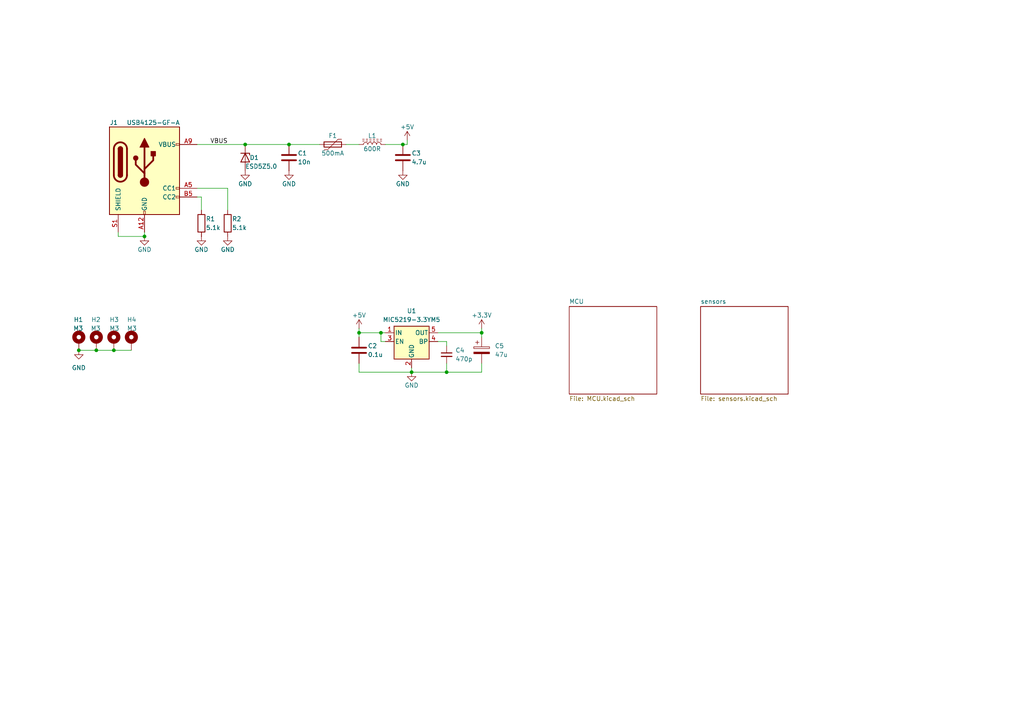
<source format=kicad_sch>
(kicad_sch (version 20250114) (generator "eeschema") (generator_version "9.0")
  (paper "A4")
  (title_block (title "Indoor Sensor Board") (date "2025-10-09") (rev "A1"))
  (lib_symbols
    (symbol "Connector:USB_C_Receptacle_PowerOnly_6P" (pin_names (offset 1.016))
      (property "Reference" "J" (at 0 16.51 0))
      (property "Value" "USB_C_Receptacle_PowerOnly_6P" (at 0 13.97 0))
      (symbol "USB_C_Receptacle_PowerOnly_6P_0_0"
        (rectangle (start -0.254 -12.7) (end 0.254 -11.684))
        (rectangle (start 10.16 7.874) (end 9.144 7.366))
        (rectangle (start 10.16 -4.826) (end 9.144 -5.334))
        (rectangle (start 10.16 -7.366) (end 9.144 -7.874))
      )
      (symbol "USB_C_Receptacle_PowerOnly_6P_0_1"
        (rectangle (start -10.16 12.7) (end 10.16 -12.7) (stroke (width 0.254)) (fill (type background)))
        (polyline (pts (xy -8.89 -1.27) (xy -8.89 6.35)) (stroke (width 0.508)))
        (rectangle (start -7.62 -1.27) (end -6.35 6.35) (stroke (width 0.254)) (fill (type outline)))
        (arc (start -7.62 6.35) (mid -6.985 6.9823) (end -6.35 6.35) (stroke (width 0.254)))
        (arc (start -7.62 6.35) (mid -6.985 6.9823) (end -6.35 6.35) (stroke (width 0.254)) (fill (type outline)))
        (arc (start -8.89 6.35) (mid -6.985 8.2467) (end -5.08 6.35) (stroke (width 0.508)))
        (arc (start -5.08 -1.27) (mid -6.985 -3.1667) (end -8.89 -1.27) (stroke (width 0.508)))
        (arc (start -6.35 -1.27) (mid -6.985 -1.9023) (end -7.62 -1.27) (stroke (width 0.254)))
        (arc (start -6.35 -1.27) (mid -6.985 -1.9023) (end -7.62 -1.27) (stroke (width 0.254)) (fill (type outline)))
        (polyline (pts (xy -5.08 6.35) (xy -5.08 -1.27)) (stroke (width 0.508)))
        (circle (center -2.54 3.683) (radius 0.635) (stroke (width 0.254)) (fill (type outline)))
        (polyline (pts (xy -1.27 6.858) (xy 0 9.398) (xy 1.27 6.858) (xy -1.27 6.858)) (stroke (width 0.254)) (fill (type outline)))
        (polyline (pts (xy 0 0.508) (xy 2.54 3.048) (xy 2.54 4.318)) (stroke (width 0.508)))
        (polyline (pts (xy 0 -0.762) (xy -2.54 1.778) (xy -2.54 3.048)) (stroke (width 0.508)))
        (polyline (pts (xy 0 -3.302) (xy 0 6.858)) (stroke (width 0.508)))
        (circle (center 0 -3.302) (radius 1.27) (fill (type outline)))
        (rectangle (start 1.905 4.318) (end 3.175 5.588) (stroke (width 0.254)) (fill (type outline)))
      )
      (symbol "USB_C_Receptacle_PowerOnly_6P_1_1"
        (pin passive line (at -7.62 -17.78 90) (length 5.08) (name "SHIELD") (number "S1"))
        (pin passive line (at 0 -17.78 90) (length 5.08) (name "GND") (number "A12"))
        (pin passive line (at 0 -17.78 90) (length 5.08) (hide yes) (name "GND") (number "B12"))
        (pin passive line (at 15.24 7.62 180) (length 5.08) (name "VBUS") (number "A9"))
        (pin passive line (at 15.24 7.62 180) (length 5.08) (hide yes) (name "VBUS") (number "B9"))
        (pin bidirectional line (at 15.24 -5.08 180) (length 5.08) (name "CC1") (number "A5"))
        (pin bidirectional line (at 15.24 -7.62 180) (length 5.08) (name "CC2") (number "B5"))
      )
    )
    (symbol "Device:C" (pin_numbers (hide yes)) (pin_names (offset 0.254))
      (property "Reference" "C" (at 0.635 2.54 0))
      (property "Value" "C" (at 0.635 -2.54 0))
      (symbol "C_0_1"
        (polyline (pts (xy -2.032 0.762) (xy 2.032 0.762)) (stroke (width 0.508)))
        (polyline (pts (xy -2.032 -0.762) (xy 2.032 -0.762)) (stroke (width 0.508)))
      )
      (symbol "C_1_1"
        (pin passive line (at 0 3.81 270) (length 2.794) (name "~") (number "1"))
        (pin passive line (at 0 -3.81 90) (length 2.794) (name "~") (number "2"))
      )
    )
    (symbol "Device:C_Polarized" (pin_numbers (hide yes)) (pin_names (offset 0.254))
      (property "Reference" "C" (at 0.635 2.54 0))
      (property "Value" "C_Polarized" (at 0.635 -2.54 0))
      (symbol "C_Polarized_0_1"
        (rectangle (start -2.286 0.508) (end 2.286 1.016))
        (polyline (pts (xy -1.778 2.286) (xy -0.762 2.286)))
        (polyline (pts (xy -1.27 2.794) (xy -1.27 1.778)))
        (rectangle (start 2.286 -0.508) (end -2.286 -1.016) (fill (type outline)))
      )
      (symbol "C_Polarized_1_1"
        (pin passive line (at 0 3.81 270) (length 2.794) (name "~") (number "1"))
        (pin passive line (at 0 -3.81 90) (length 2.794) (name "~") (number "2"))
      )
    )
    (symbol "Device:C_Small" (pin_numbers (hide yes)) (pin_names (offset 0.254) (hide yes))
      (property "Reference" "C" (at 0.254 1.778 0))
      (property "Value" "C_Small" (at 0.254 -2.032 0))
      (symbol "C_Small_0_1"
        (polyline (pts (xy -1.524 0.508) (xy 1.524 0.508)) (stroke (width 0.3048)))
        (polyline (pts (xy -1.524 -0.508) (xy 1.524 -0.508)) (stroke (width 0.3302)))
      )
      (symbol "C_Small_1_1"
        (pin passive line (at 0 2.54 270) (length 2.032) (name "~") (number "1"))
        (pin passive line (at 0 -2.54 90) (length 2.032) (name "~") (number "2"))
      )
    )
    (symbol "Device:L_Ferrite" (pin_numbers (hide yes)) (pin_names (offset 1.016) (hide yes))
      (property "Reference" "L" (at -1.27 0 90))
      (property "Value" "L_Ferrite" (at 2.794 0 90))
      (symbol "L_Ferrite_0_1"
        (arc (start 0 2.54) (mid 0.6323 1.905) (end 0 1.27))
        (arc (start 0 1.27) (mid 0.6323 0.635) (end 0 0))
        (arc (start 0 0) (mid 0.6323 -0.635) (end 0 -1.27))
        (arc (start 0 -1.27) (mid 0.6323 -1.905) (end 0 -2.54))
        (polyline (pts (xy 1.016 2.286) (xy 1.016 2.794)))
        (polyline (pts (xy 1.016 1.27) (xy 1.016 1.778)))
        (polyline (pts (xy 1.016 0.254) (xy 1.016 0.762)))
        (polyline (pts (xy 1.016 -0.762) (xy 1.016 -0.254)))
        (polyline (pts (xy 1.016 -1.778) (xy 1.016 -1.27)))
        (polyline (pts (xy 1.016 -2.794) (xy 1.016 -2.286)))
        (polyline (pts (xy 1.524 2.794) (xy 1.524 2.286)))
        (polyline (pts (xy 1.524 1.778) (xy 1.524 1.27)))
        (polyline (pts (xy 1.524 0.762) (xy 1.524 0.254)))
        (polyline (pts (xy 1.524 -0.254) (xy 1.524 -0.762)))
        (polyline (pts (xy 1.524 -1.27) (xy 1.524 -1.778)))
        (polyline (pts (xy 1.524 -2.286) (xy 1.524 -2.794)))
      )
      (symbol "L_Ferrite_1_1"
        (pin passive line (at 0 3.81 270) (length 1.27) (name "1") (number "1"))
        (pin passive line (at 0 -3.81 90) (length 1.27) (name "2") (number "2"))
      )
    )
    (symbol "Device:Polyfuse" (pin_numbers (hide yes)) (pin_names (offset 0))
      (property "Reference" "F" (at -2.54 0 90))
      (property "Value" "Polyfuse" (at 2.54 0 90))
      (symbol "Polyfuse_0_1"
        (polyline (pts (xy -1.524 2.54) (xy -1.524 1.524) (xy 1.524 -1.524) (xy 1.524 -2.54)))
        (rectangle (start -0.762 2.54) (end 0.762 -2.54) (stroke (width 0.254)))
        (polyline (pts (xy 0 2.54) (xy 0 -2.54)))
      )
      (symbol "Polyfuse_1_1"
        (pin passive line (at 0 3.81 270) (length 1.27) (name "~") (number "1"))
        (pin passive line (at 0 -3.81 90) (length 1.27) (name "~") (number "2"))
      )
    )
    (symbol "Device:R" (pin_numbers (hide yes)) (pin_names (offset 0))
      (property "Reference" "R" (at 2.032 0 90))
      (property "Value" "R" (at 0 0 90))
      (symbol "R_0_1"
        (rectangle (start -1.016 -2.54) (end 1.016 2.54) (stroke (width 0.254)))
      )
      (symbol "R_1_1"
        (pin passive line (at 0 3.81 270) (length 1.27) (name "~") (number "1"))
        (pin passive line (at 0 -3.81 90) (length 1.27) (name "~") (number "2"))
      )
    )
    (symbol "Diode:ESD5Zxx" (pin_numbers (hide yes)) (pin_names (hide yes))
      (property "Reference" "D" (at 0 2.54 0))
      (property "Value" "ESD5Zxx" (at 0 -2.54 0))
      (symbol "ESD5Zxx_0_1"
        (polyline (pts (xy -1.27 -1.27) (xy -1.27 1.27) (xy -0.762 1.27)) (stroke (width 0.254)))
        (polyline (pts (xy 1.27 0) (xy -1.27 0)))
        (polyline (pts (xy 1.27 -1.27) (xy 1.27 1.27) (xy -1.27 0) (xy 1.27 -1.27)) (stroke (width 0.254)))
      )
      (symbol "ESD5Zxx_1_1"
        (pin passive line (at -3.81 0 0) (length 2.54) (name "K") (number "1"))
        (pin passive line (at 3.81 0 180) (length 2.54) (name "A") (number "2"))
      )
    )
    (symbol "Mechanical:MountingHole_Pad" (pin_numbers (hide yes)) (pin_names (offset 1.016) (hide yes)) (in_bom no)
      (property "Reference" "H" (at 0 6.35 0))
      (property "Value" "MountingHole_Pad" (at 0 4.445 0))
      (symbol "MountingHole_Pad_0_1"
        (circle (center 0 1.27) (radius 1.27) (stroke (width 1.27)))
      )
      (symbol "MountingHole_Pad_1_1"
        (pin input line (at 0 -2.54 90) (length 2.54) (name "1") (number "1"))
      )
    )
    (symbol "Regulator_Linear:MIC5219-3.3YM5" (pin_names (offset 0.254))
      (property "Reference" "U" (at -3.81 5.715 0))
      (property "Value" "MIC5219-3.3YM5" (at 0 5.715 0))
      (symbol "MIC5219-3.3YM5_0_1"
        (rectangle (start -5.08 4.445) (end 5.08 -5.08) (stroke (width 0.254)) (fill (type background)))
      )
      (symbol "MIC5219-3.3YM5_1_1"
        (pin power_in line (at -7.62 2.54 0) (length 2.54) (name "IN") (number "1"))
        (pin input line (at -7.62 0 0) (length 2.54) (name "EN") (number "3"))
        (pin power_in line (at 0 -7.62 90) (length 2.54) (name "GND") (number "2"))
        (pin power_out line (at 7.62 2.54 180) (length 2.54) (name "OUT") (number "5"))
        (pin input line (at 7.62 0 180) (length 2.54) (name "BP") (number "4"))
      )
    )
    (symbol "power:+3.3V" (power) (pin_numbers (hide yes)) (pin_names (offset 0) (hide yes))
      (property "Value" "+3.3V" (at 0 3.556 0))
      (symbol "+3.3V_0_1"
        (polyline (pts (xy -0.762 1.27) (xy 0 2.54)))
        (polyline (pts (xy 0 2.54) (xy 0.762 1.27)))
        (polyline (pts (xy 0 0) (xy 0 2.54)))
      )
      (symbol "+3.3V_1_1"
        (pin power_in line (at 0 0 90) (length 0) (name "~") (number "1"))
      )
    )
    (symbol "power:+5V" (power) (pin_numbers (hide yes)) (pin_names (offset 0) (hide yes))
      (property "Value" "+5V" (at 0 3.556 0))
      (symbol "+5V_0_1"
        (polyline (pts (xy -0.762 1.27) (xy 0 2.54)))
        (polyline (pts (xy 0 2.54) (xy 0.762 1.27)))
        (polyline (pts (xy 0 0) (xy 0 2.54)))
      )
      (symbol "+5V_1_1"
        (pin power_in line (at 0 0 90) (length 0) (name "~") (number "1"))
      )
    )
    (symbol "power:GND" (power) (pin_numbers (hide yes)) (pin_names (offset 0) (hide yes))
      (property "Value" "GND" (at 0 -3.81 0))
      (symbol "GND_0_1"
        (polyline (pts (xy 0 0) (xy 0 -1.27) (xy 1.27 -1.27) (xy 0 -2.54) (xy -1.27 -1.27) (xy 0 -1.27)))
      )
      (symbol "GND_1_1"
        (pin power_in line (at 0 0 270) (length 0) (name "~") (number "1"))
      )
    )
  )
  (junction (at 139.7 96.52))
  (junction (at 116.84 41.91))
  (junction (at 22.86 101.6))
  (junction (at 129.54 107.95))
  (junction (at 41.91 68.58))
  (junction (at 33.02 101.6))
  (junction (at 110.49 96.52))
  (junction (at 119.38 107.95))
  (junction (at 83.82 41.91))
  (junction (at 104.14 96.52))
  (junction (at 27.94 101.6))
  (junction (at 71.12 41.91))
  (wire (pts (xy 111.76 99.06) (xy 110.49 99.06)))
  (wire (pts (xy 104.14 107.95) (xy 119.38 107.95)))
  (wire (pts (xy 139.7 95.25) (xy 139.7 96.52)))
  (wire (pts (xy 33.02 101.6) (xy 38.1 101.6)))
  (wire (pts (xy 111.76 41.91) (xy 116.84 41.91)))
  (wire (pts (xy 27.94 101.6) (xy 33.02 101.6)))
  (wire (pts (xy 119.38 107.95) (xy 119.38 106.68)))
  (wire (pts (xy 104.14 96.52) (xy 110.49 96.52)))
  (wire (pts (xy 34.29 68.58) (xy 34.29 67.31)))
  (wire (pts (xy 127 96.52) (xy 139.7 96.52)))
  (wire (pts (xy 100.33 41.91) (xy 104.14 41.91)))
  (wire (pts (xy 83.82 41.91) (xy 92.71 41.91)))
  (wire (pts (xy 110.49 99.06) (xy 110.49 96.52)))
  (wire (pts (xy 129.54 105.41) (xy 129.54 107.95)))
  (wire (pts (xy 34.29 68.58) (xy 41.91 68.58)))
  (wire (pts (xy 71.12 41.91) (xy 83.82 41.91)))
  (wire (pts (xy 58.42 57.15) (xy 58.42 60.96)))
  (wire (pts (xy 66.04 54.61) (xy 66.04 60.96)))
  (wire (pts (xy 104.14 105.41) (xy 104.14 107.95)))
  (wire (pts (xy 104.14 97.79) (xy 104.14 96.52)))
  (wire (pts (xy 116.84 41.91) (xy 118.11 41.91)))
  (wire (pts (xy 139.7 97.79) (xy 139.7 96.52)))
  (wire (pts (xy 110.49 96.52) (xy 111.76 96.52)))
  (wire (pts (xy 58.42 57.15) (xy 57.15 57.15)))
  (wire (pts (xy 127 99.06) (xy 129.54 99.06)))
  (wire (pts (xy 139.7 107.95) (xy 129.54 107.95)))
  (wire (pts (xy 57.15 41.91) (xy 71.12 41.91)))
  (wire (pts (xy 139.7 105.41) (xy 139.7 107.95)))
  (wire (pts (xy 41.91 68.58) (xy 41.91 67.31)))
  (wire (pts (xy 129.54 107.95) (xy 119.38 107.95)))
  (wire (pts (xy 57.15 54.61) (xy 66.04 54.61)))
  (wire (pts (xy 118.11 40.64) (xy 118.11 41.91)))
  (wire (pts (xy 129.54 99.06) (xy 129.54 100.33)))
  (wire (pts (xy 22.86 101.6) (xy 27.94 101.6)))
  (wire (pts (xy 104.14 95.25) (xy 104.14 96.52)))
  (label "VBUS" (at 60.96 41.91 0))
  (symbol (lib_id "Device:C") (at 104.14 101.6 0) (unit 1)
    (property "Reference" "C2" (at 106.68 100.33 0) (effects (justify left)))
    (property "Value" "0.1u" (at 106.68 102.87 0) (effects (justify left)))
    (property "Footprint" "Capacitor_SMD:C_0402_1005Metric" (effects (hide yes)))
    (property "Description" "Unpolarized capacitor" (effects (hide yes)))
  )
  (symbol (lib_id "power:+5V") (at 104.14 95.25 0) (unit 1)
    (property "Reference" "#PWR07" (effects (hide yes)))
    (property "Value" "+5V" (at 104.14 91.44 0))
    (property "Description" "Power symbol creates a global label with name \"+5V\"" (effects (hide yes)))
  )
  (symbol (lib_id "power:GND") (at 58.42 68.58 0) (unit 1)
    (property "Reference" "#PWR03" (effects (hide yes)))
    (property "Value" "GND" (at 58.42 72.39 0))
    (property "Description" "Power symbol creates a global label with name \"GND\" , ground" (effects (hide yes)))
  )
  (symbol (lib_id "Mechanical:MountingHole_Pad") (at 27.94 99.06 0) (mirror y) (unit 1) (in_bom no)
    (property "Reference" "H2" (at 29.21 92.71 0) (effects (justify left)))
    (property "Value" "M3" (at 29.21 95.25 0) (effects (justify left)))
    (property "Footprint" "MountingHole:MountingHole_3.2mm_M3_Pad" (effects (hide yes)))
    (property "Description" "Mounting Hole with connection" (effects (hide yes)))
  )
  (symbol (lib_id "Regulator_Linear:MIC5219-3.3YM5") (at 119.38 99.06 0) (unit 1)
    (property "Reference" "U1" (at 119.38 90.17 0))
    (property "Value" "MIC5219-3.3YM5" (at 119.38 92.71 0))
    (property "Footprint" "Package_TO_SOT_SMD:SOT-23-5" (effects (hide yes)))
    (property "Datasheet" "http://ww1.microchip.com/downloads/en/DeviceDoc/MIC5219-500mA-Peak-Output-LDO-Regulator-DS20006021A.pdf" (effects (hide yes)))
    (property "Description" "500mA low dropout linear regulator, fixed 3.3V output, SOT-23-5" (effects (hide yes)))
    (property "MPN" "MIC5219-3.3YM5-TR" (effects (hide yes)))
    (property "Mouser PN" "998-MIC5219-3.3YM5TR" (effects (hide yes)))
  )
  (symbol (lib_id "Device:C") (at 116.84 45.72 0) (unit 1)
    (property "Reference" "C3" (at 119.38 44.45 0) (effects (justify left)))
    (property "Value" "4.7u" (at 119.38 46.99 0) (effects (justify left)))
    (property "Footprint" "Capacitor_SMD:C_0805_2012Metric" (effects (hide yes)))
    (property "Description" "Unpolarized capacitor" (effects (hide yes)))
  )
  (symbol (lib_id "power:GND") (at 66.04 68.58 0) (unit 1)
    (property "Reference" "#PWR04" (effects (hide yes)))
    (property "Value" "GND" (at 66.04 72.39 0))
    (property "Description" "Power symbol creates a global label with name \"GND\" , ground" (effects (hide yes)))
  )
  (symbol (lib_id "power:GND") (at 83.82 49.53 0) (unit 1)
    (property "Reference" "#PWR06" (effects (hide yes)))
    (property "Value" "GND" (at 83.82 53.34 0))
    (property "Description" "Power symbol creates a global label with name \"GND\" , ground" (effects (hide yes)))
  )
  (symbol (lib_id "power:GND") (at 71.12 49.53 0) (unit 1)
    (property "Reference" "#PWR05" (effects (hide yes)))
    (property "Value" "GND" (at 71.12 53.34 0))
    (property "Description" "Power symbol creates a global label with name \"GND\" , ground" (effects (hide yes)))
  )
  (symbol (lib_id "Mechanical:MountingHole_Pad") (at 33.02 99.06 0) (unit 1) (in_bom no)
    (property "Reference" "H3" (at 31.75 92.71 0) (effects (justify left)))
    (property "Value" "M3" (at 31.75 95.25 0) (effects (justify left)))
    (property "Footprint" "MountingHole:MountingHole_3.2mm_M3_Pad" (effects (hide yes)))
    (property "Description" "Mounting Hole with connection" (effects (hide yes)))
  )
  (symbol (lib_id "Device:C_Small") (at 129.54 102.87 0) (unit 1)
    (property "Reference" "C4" (at 132.08 101.6 0) (effects (justify left)))
    (property "Value" "470p" (at 132.08 104.14 0) (effects (justify left)))
    (property "Footprint" "Capacitor_SMD:C_0402_1005Metric" (effects (hide yes)))
    (property "Description" "Unpolarized capacitor, small symbol" (effects (hide yes)))
  )
  (symbol (lib_id "Device:L_Ferrite") (at 107.95 41.91 90) (unit 1)
    (property "Reference" "L1" (at 107.95 39.37 90))
    (property "Value" "600R" (at 107.95 43.18 90))
    (property "Footprint" "Inductor_SMD:L_0805_2012Metric" (effects (hide yes)))
    (property "Description" "Inductor with ferrite core" (effects (hide yes)))
    (property "MPN" "HZ0805E601R-10" (effects (hide yes)))
    (property "Mouser PN" "875-HZ0805E601R-10" (effects (hide yes)))
  )
  (symbol (lib_id "power:GND") (at 116.84 49.53 0) (unit 1)
    (property "Reference" "#PWR08" (effects (hide yes)))
    (property "Value" "GND" (at 116.84 53.34 0))
    (property "Description" "Power symbol creates a global label with name \"GND\" , ground" (effects (hide yes)))
  )
  (symbol (lib_id "Device:Polyfuse") (at 96.52 41.91 90) (unit 1)
    (property "Reference" "F1" (at 96.52 39.37 90))
    (property "Value" "500mA" (at 96.52 44.45 90))
    (property "Footprint" "Fuse:Fuse_1206_3216Metric" (effects (hide yes)))
    (property "Description" "Resettable fuse, polymeric positive temperature coefficient" (effects (hide yes)))
    (property "MPN" "MF-NSMF050-2" (effects (hide yes)))
    (property "Mouser PN" "652-MF-NSMF050-2" (effects (hide yes)))
  )
  (symbol (lib_id "Device:C_Polarized") (at 139.7 101.6 0) (unit 1)
    (property "Reference" "C5" (at 143.51 100.33 0) (effects (justify left)))
    (property "Value" "47u" (at 143.51 102.87 0) (effects (justify left)))
    (property "Footprint" "Capacitor_Tantalum_SMD:CP_EIA-7343-31_Kemet-D" (effects (hide yes)))
    (property "Description" "Polarized capacitor" (effects (hide yes)))
    (property "MPN" "T491D476K010AT" (effects (hide yes)))
    (property "Mouser PN" "80-T491D476K010" (effects (hide yes)))
  )
  (symbol (lib_id "power:GND") (at 41.91 68.58 0) (unit 1)
    (property "Reference" "#PWR02" (effects (hide yes)))
    (property "Value" "GND" (at 41.91 72.39 0))
    (property "Description" "Power symbol creates a global label with name \"GND\" , ground" (effects (hide yes)))
  )
  (symbol (lib_id "Device:R") (at 58.42 64.77 0) (unit 1)
    (property "Reference" "R1" (at 59.69 63.5 0) (effects (justify left)))
    (property "Value" "5.1k" (at 59.69 66.04 0) (effects (justify left)))
    (property "Footprint" "Resistor_SMD:R_0603_1608Metric" (effects (hide yes)))
    (property "Description" "Resistor" (effects (hide yes)))
  )
  (symbol (lib_id "power:+3.3V") (at 139.7 95.25 0) (unit 1)
    (property "Reference" "#PWR011" (effects (hide yes)))
    (property "Value" "+3.3V" (at 139.7 91.44 0))
    (property "Description" "Power symbol creates a global label with name \"+3.3V\"" (effects (hide yes)))
  )
  (symbol (lib_id "Mechanical:MountingHole_Pad") (at 38.1 99.06 0) (unit 1) (in_bom no)
    (property "Reference" "H4" (at 36.83 92.71 0) (effects (justify left)))
    (property "Value" "M3" (at 36.83 95.25 0) (effects (justify left)))
    (property "Footprint" "MountingHole:MountingHole_3.2mm_M3_Pad" (effects (hide yes)))
    (property "Description" "Mounting Hole with connection" (effects (hide yes)))
  )
  (symbol (lib_id "power:+5V") (at 118.11 40.64 0) (unit 1)
    (property "Reference" "#PWR09" (effects (hide yes)))
    (property "Value" "+5V" (at 118.11 36.83 0))
    (property "Description" "Power symbol creates a global label with name \"+5V\"" (effects (hide yes)))
  )
  (symbol (lib_id "Device:C") (at 83.82 45.72 0) (unit 1)
    (property "Reference" "C1" (at 86.36 44.45 0) (effects (justify left)))
    (property "Value" "10n" (at 86.36 46.99 0) (effects (justify left)))
    (property "Footprint" "Capacitor_SMD:C_0402_1005Metric" (effects (hide yes)))
    (property "Description" "Unpolarized capacitor" (effects (hide yes)))
  )
  (symbol (lib_id "Diode:ESD5Zxx") (at 71.12 45.72 270) (unit 1)
    (property "Reference" "D1" (at 72.39 45.72 90) (effects (justify left)))
    (property "Value" "ESD5Z5.0" (at 71.12 48.26 90) (effects (justify left)))
    (property "Footprint" "Diode_SMD:D_SOD-523" (effects (hide yes)))
    (property "Datasheet" "https://www.onsemi.com/pdf/datasheet/esd5z2.5t1-d.pdf" (effects (hide yes)))
    (property "Description" "ESD Protection Diode, SOD-523" (effects (hide yes)))
    (property "MPN" "ESD5Z5.0T1G" (effects (hide yes)))
    (property "Mouser PN" "863-ESD5Z5.0T1G" (effects (hide yes)))
  )
  (symbol (lib_id "Mechanical:MountingHole_Pad") (at 22.86 99.06 0) (mirror y) (unit 1) (in_bom no)
    (property "Reference" "H1" (at 24.13 92.71 0) (effects (justify left)))
    (property "Value" "M3" (at 24.13 95.25 0) (effects (justify left)))
    (property "Footprint" "MountingHole:MountingHole_3.2mm_M3_Pad" (effects (hide yes)))
    (property "Description" "Mounting Hole with connection" (effects (hide yes)))
  )
  (symbol (lib_id "power:GND") (at 22.86 101.6 0) (unit 1)
    (property "Reference" "#PWR01" (effects (hide yes)))
    (property "Value" "GND" (at 22.86 106.68 0))
    (property "Description" "Power symbol creates a global label with name \"GND\" , ground" (effects (hide yes)))
  )
  (symbol (lib_id "Device:R") (at 66.04 64.77 0) (unit 1)
    (property "Reference" "R2" (at 67.31 63.5 0) (effects (justify left)))
    (property "Value" "5.1k" (at 67.31 66.04 0) (effects (justify left)))
    (property "Footprint" "Resistor_SMD:R_0603_1608Metric" (effects (hide yes)))
    (property "Description" "Resistor" (effects (hide yes)))
  )
  (symbol (lib_id "power:GND") (at 119.38 107.95 0) (unit 1)
    (property "Reference" "#PWR010" (effects (hide yes)))
    (property "Value" "GND" (at 119.38 111.76 0))
    (property "Description" "Power symbol creates a global label with name \"GND\" , ground" (effects (hide yes)))
  )
  (symbol (lib_id "Connector:USB_C_Receptacle_PowerOnly_6P") (at 41.91 49.53 0) (unit 1)
    (property "Reference" "J1" (at 33.02 35.56 0))
    (property "Value" "USB4125-GF-A" (at 44.45 35.56 0))
    (property "Footprint" "Connector_USB:USB_C_Receptacle_GCT_USB4125-xx-x-0190_6P_TopMnt_Horizontal" (effects (hide yes)))
    (property "Datasheet" "https://www.usb.org/sites/default/files/documents/usb_type-c.zip" (effects (hide yes)))
    (property "Description" "USB Power-Only 6P Type-C Receptacle connector" (effects (hide yes)))
    (property "MPN" "USB4125-GF-A" (effects (hide yes)))
    (property "Mouser PN" "640-USB4125-GF-A" (effects (hide yes)))
  )
  (sheet (at 165.1 88.9) (size 25.4 25.4) (stroke (width 0.1524))
    (property "Sheetname" "MCU" (at 165.1 88.1884 0) (effects (justify left bottom)))
    (property "Sheetfile" "MCU.kicad_sch" (at 165.1 114.8846 0) (effects (justify left top)))
  )
  (sheet (at 203.2 88.9) (size 25.4 25.4) (stroke (width 0.1524))
    (property "Sheetname" "sensors" (at 203.2 88.1884 0) (effects (justify left bottom)))
    (property "Sheetfile" "sensors.kicad_sch" (at 203.2 114.8846 0) (effects (justify left top)))
  )
)
</source>
